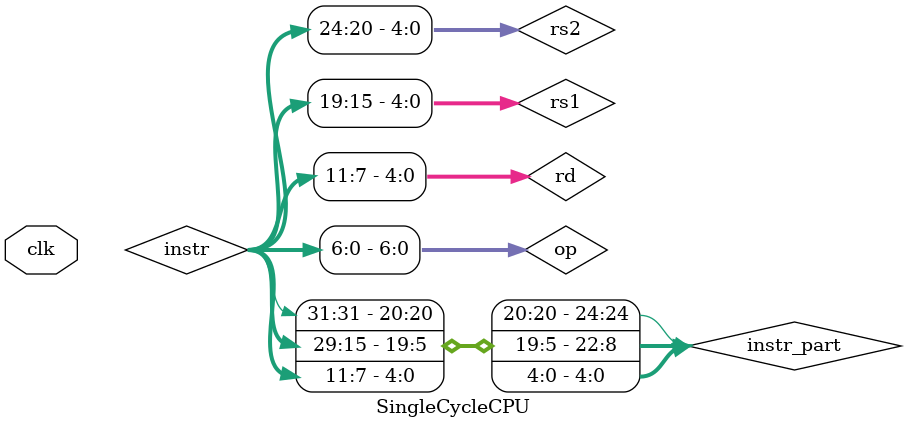
<source format=v>
module Shifter(
    input  [31:0] A,           // Kaynak veri (örn. rs1 içeriği)
    input  [4:0]  ShiftAmount, // Kaydırma miktarı (rs2[4:0])
    output [31:0] Result       // SLL sonucu
);
    assign Result = A << ShiftAmount;
endmodule

module ALU(
    input  [31:0] A,
    input  [31:0] B,
    input  [2:0]  ALUControl,
    output reg [31:0] Result,
    output Zero
);
    always @(*) begin
        case (ALUControl)
            3'b000: Result = A + B;           // ADD
            3'b001: Result = A - B;           // SUB
            3'b010: Result = A & B;           // AND
            3'b011: Result = A | B;           // OR
            3'b101: Result = (A < B) ? 32'b1 : 32'b0;   // SLT
            default: Result = 32'b0;
        endcase
    end
    assign Zero = (Result == 32'b0);
endmodule

module RegFile(
    input         clk,
    input         RegWrite,
    input  [4:0]  rs1,
    input  [4:0]  rs2,
    input  [4:0]  rd,
    input  [31:0] WriteData,
    output [31:0] ReadData1,
    output [31:0] ReadData2
);
    reg [31:0] reg_array [0:31];
    integer i;
    
    initial begin
        for(i = 0; i < 32; i = i + 1)
            reg_array[i] = 32'b0;
    end

    assign ReadData1 = (rs1 == 5'b00000) ? 32'b0 : reg_array[rs1];
    assign ReadData2 = (rs2 == 5'b00000) ? 32'b0 : reg_array[rs2];

    always @(posedge clk) begin
        if (RegWrite && (rd != 5'b00000))
            reg_array[rd] <= WriteData;
    end
endmodule

module InstructionMemory(
    input  [31:0] addr,
    output [31:0] instr
);
    reg [31:0] mem [0:127];
    integer i;
    
    initial begin
        
        mem[0] = 32'b00000000101000000000000010010011;   // addi x1, x0, 10  ; x1 = 10
        mem[1] = 32'b00000001010000000000000100010011;   // addi x2, x0, 20  ; x2 = 20
        mem[2] = 32'b00000000001000001000000110110011;   // add  x3, x1, x2  ; x3 = x1 + x2 = 30
        mem[3] = 32'b01000000000100011000001000110011;   // sub  x4, x3, x1  ; x4 = x3 - x1 = 20
        mem[4] = 32'b00000000001000001010001010110011;   // slt  x5, x1, x2  ; x5 = (10 < 20) ? 1 : 0
        mem[5] = 32'b00000000001000001110001100110011;   // or   x6, x1, x2  ; x6 = x1 OR x2
        mem[6] = 32'b00000000001000001111001110110011;   // and  x7, x1, x2  ; x7 = x1 AND x2
        mem[7] = 32'b00000000001100000010000000100011;   // sw   x3, 0(x0)   ; mem[0] = x3 (30)
        mem[8] = 32'b00000000000000000010010000000011;   // lw   x8, 0(x0)   ; x8 = mem[0] (30)
        mem[9] = 32'b00000001100100001010000100010011;   // slti x10, x2, 25 ; x10 = (20 < 25) ? 1 : 0
        mem[10] = 32'b00000000111100001110010110010011;  // ori  x11, x1, 15 ; x11 = x1 OR 15
        mem[11] = 32'b00000000111100001111101100010011;  // andi x12, x1, 15 ; x12 = x1 AND 15
        mem[12] = 32'b00000000001000001001001010110011;   // sll x5, x1, x2
        mem[13] = 32'b00010010001101000101001010110111;   // lui x5, 0x12345
        mem[14] = 32'b00000000000100001000010001100011; // beq  x1, x1, +8  ; branch taken
        mem[16] = 32'b00000001000000000000010011101111;   //jal      
        
        // Geri kalan belleği sıfırla
        for (i = 17; i < 128; i = i + 1)
            mem[i] = 32'b0;
    end
    
    assign instr = mem[addr[8:2]];
endmodule


module DataMemory(
    input         clk,
    input         MemWrite,
    input  [31:0] addr,
    input  [31:0] writeData,
    output reg [31:0] readData
);
    reg [31:0] dmem [0:127];
    integer i;
    initial begin
        for(i = 0; i < 128; i = i + 1)
            dmem[i] = 32'b0;
    end
    always @(posedge clk) begin
        if (MemWrite)
            dmem[addr[8:2]] <= writeData;
    end
    always @(*) begin
        readData = dmem[addr[8:2]];
    end
endmodule

// Artık Imm_src 3-bit; 3'b100 LUI için U-type formatını sağlar.
module Extend(
    input  [24:0] instr_part,  
    input  [2:0]  Imm_src,   
    output reg [31:0] Immext  
);
    always @(*) begin
        case (Imm_src)
            3'b000: Immext = {{20{instr_part[24]}}, instr_part[24:13]};  
                    // I‑type: orijinal instr[31:20]
            3'b001: Immext = {{20{instr_part[24]}}, instr_part[24:18], instr_part[4:0]};
                    // S‑type: {instr[31:25], instr[11:7]}
            3'b010: Immext = {{19{instr_part[24]}}, instr_part[24], instr_part[0], 
                               instr_part[23:18], instr_part[4:1], 1'b0};
                    // B‑type  
            3'b011: Immext = {{11{instr_part[24]}}, instr_part[24], instr_part[12:5], 
                               instr_part[13], instr_part[23:14], 1'b0};
                    // J‑type  
            3'b100: Immext = {instr_part[24:5], 12'b0};
                    // U‑type (LUI): Üst 20 bit, alt 12 bit sıfır
            default: Immext = 32'b0;
        endcase
    end
endmodule

module ControlUnit(
    input  [6:0] op,
    input  [2:0] funct3,
    input        funct7,
    input        zero,
    output reg   PCsrc,       // 1-bit: 0: PC+4, 1: PC+Immext (branch/jump)
    output reg [2:0] resultSrc,   // 3-bit: 000: ALU, 001: Memory, 010: PC+4, 011: Shifter, 100: LUI
    output reg       MemWrite,
    output reg [2:0] ALUControl,  // 3-bit ALU kontrol sinyali
    output reg       ALUSrc,
    output reg [2:0] Immsrc,      // 3-bit: 000: I-type, 001: S-type, 010: B-type, 011: J-type, 100: LUI
    output reg       RegWrite
);
    always @(*) begin
        // Varsayılan değerler
        RegWrite   = 1'b0;
        ALUSrc     = 1'b0;
        MemWrite   = 1'b0;
        Immsrc     = 3'b000;
        resultSrc  = 3'b000;
        PCsrc      = 1'b0;  // 0: standart PC+4, 1: branch/jump (PC+Immext)
        ALUControl = 3'b000;
        
        case(op)
            // R-Type: add, sub, sll, and, or, slt (opcode = 7'b0110011)
            7'b0110011: begin
                RegWrite   = 1'b1;
                ALUSrc     = 1'b0;
                MemWrite   = 1'b0;
                Immsrc     = 3'b000;       // Immediate kullanılmaz
                PCsrc      = 1'b0;         // Normal PC+4
                case(funct3)
                    3'b000: begin 
                              ALUControl = (funct7) ? 3'b001 : 3'b000; // SUB ya da ADD
                              resultSrc = 3'b000; // ALU sonucu
                            end
                    3'b001: begin 
                              // SLL komutu: şifter modülü devreye girer
                              ALUControl = 3'b000; // ALU kontrol değeri kullanılmayabilir
                              resultSrc = 3'b011;  // 011: Shifter sonucu
                            end
                    3'b010: begin 
                              ALUControl = 3'b101; // SLT
                              resultSrc = 3'b000;
                            end
                    3'b110: begin 
                              ALUControl = 3'b011; // OR
                              resultSrc = 3'b000;
                            end
                    3'b111: begin 
                              ALUControl = 3'b010; // AND
                              resultSrc = 3'b000;
                            end
                    default: begin
                              ALUControl = 3'b000;
                              resultSrc = 3'b000;
                             end
                endcase
            end

            // I-Type aritmetik (addi, andi, ori, slti): opcode = 7'b0010011
            7'b0010011: begin
                RegWrite   = 1'b1;
                ALUSrc     = 1'b1;
                MemWrite   = 1'b0;
                Immsrc     = 3'b000;       // I‑type immediate
                resultSrc  = 3'b000;       // ALU sonucu
                PCsrc      = 1'b0;
                case(funct3)
                    3'b000: ALUControl = 3'b000; // ADDI
                    3'b111: ALUControl = 3'b010; // ANDI
                    3'b110: ALUControl = 3'b011; // ORI
                    3'b010: ALUControl = 3'b101; // SLTI
                    default: ALUControl = 3'b000;
                endcase
            end

            // Load Word (lw): opcode = 7'b0000011
            7'b0000011: begin
                RegWrite   = 1'b1;         // Hafızadan okunan veri yazılır
                ALUSrc     = 1'b1;         
                MemWrite   = 1'b0;
                Immsrc     = 3'b000;        // lw I‑type formatında
                resultSrc  = 3'b001;        // 001: Hafızadan okunan veri
                PCsrc      = 1'b0;
                ALUControl = 3'b000;        // ADD (adres hesaplaması)
            end

            // Store Word (sw): opcode = 7'b0100011
            7'b0100011: begin
                RegWrite   = 1'b0;
                ALUSrc     = 1'b1;
                MemWrite   = 1'b1;         // Yazma aktif
                Immsrc     = 3'b001;        // S‑type format
                resultSrc  = 3'b000;        // MUX kullanımı gerekmez
                PCsrc      = 1'b0;
                ALUControl = 3'b000;        // ADD
            end

            // Branch (beq): opcode = 7'b1100011
            7'b1100011: begin
                RegWrite   = 1'b0;
                ALUSrc     = 1'b0;
                MemWrite   = 1'b0;
                Immsrc     = 3'b010;        // B‑type format
                resultSrc  = 3'b000;
                PCsrc      = (zero) ? 1'b1 : 1'b0;  // Eğer koşul sağlanırsa PC+Immext
                ALUControl = 3'b001;        // SUB
            end

            // Jump (jal): opcode = 7'b1101111
            7'b1101111: begin
                RegWrite   = 1'b1;         // Link (PC+4) yazılır
                ALUSrc     = 1'b0;
                MemWrite   = 1'b0;
                Immsrc     = 3'b011;        // J‑type format
                resultSrc  = 3'b010;        // 010: PC+4
                PCsrc      = 1'b1;          // Jump: PC = PC + Immext
                ALUControl = 3'b000;
            end
            
            // LUI: opcode = 7'b0110111
            7'b0110111: begin
                RegWrite   = 1'b1;
                ALUSrc     = 1'b1;        
                MemWrite   = 1'b0;
                Immsrc     = 3'b100;        // U‑type (LUI)
                resultSrc  = 3'b100;        // 100: LUI sonucu
                PCsrc      = 1'b0;          // Normal PC+4
                ALUControl = 3'b000;        // Kullanılmayacak
            end

            default: begin
                RegWrite   = 1'b0;
                ALUSrc     = 1'b0;
                MemWrite   = 1'b0;
                Immsrc     = 3'b000;
                resultSrc  = 3'b000;
                PCsrc      = 1'b0;
                ALUControl = 3'b000;
            end
        endcase
    end
endmodule


// 3-bit resultSrc: 000 → ALU, 001 → MemData, 010 → PC+4, 011 → Shifter, 100 → LUI
module ResultMux(
    input  [2:0] resultSrc,
    input  [31:0] ALUResult,
    input  [31:0] MemData,
    input  [31:0] PcPlus4,
    input  [31:0] ShifterResult,
    input  [31:0] LuiResult,
    output reg [31:0] Result
);
    always @(*) begin
        case(resultSrc)
            3'b000: Result = ALUResult;
            3'b001: Result = MemData;
            3'b010: Result = PcPlus4;
            3'b011: Result = ShifterResult;
            3'b100: Result = LuiResult;
            default: Result = ALUResult;
        endcase
    end
endmodule

module SingleCycleCPU(
    input clk
);
    // Program Sayacı
    reg [31:0] PC;
    
    // Instruction Memory'dan gelen talimat
    wire [31:0] instr;
    
    // Talimattan ayrıştırılan alanlar
    wire [6:0] op;
    wire [4:0] rd, rs1, rs2;
    wire [2:0] funct3;
    wire       funct7;
    
    assign op     = instr[6:0];
    assign rd     = instr[11:7];
    assign funct3 = instr[14:12];
    assign rs1    = instr[19:15];
    assign rs2    = instr[24:20];
    assign funct7 = instr[30];
    
    wire [24:0] instr_part;
    assign instr_part = instr[31:7];
    
    // Kontrol Ünitesi ve diğer sinyaller
    // PCsrc artık 1-bit: 0 → PC+4, 1 → PC+ImmExt (PCtarget)
    wire        PCsrc;
    wire [2:0]  resultSrc;
    wire        MemWrite;
    wire [2:0]  ALUControl;
    wire        ALUSrc;
    wire [2:0]  Immsrc;
    wire        RegWrite;
    
    // Extend modülünden gelen ImmExt (değişiklik yapılmadı)
    wire [31:0] ImmExt;
    
    // Register File çıkışları
    wire [31:0] ReadData1, ReadData2;
    
    // ALU sonucu ve Zero sinyali
    wire [31:0] ALUResult;
    wire        Zero;
    
    // Data Memory'den okunan veri
    wire [31:0] MemData;
    
    // PC hesaplamaları
    wire [31:0] PcPlus4;
    wire [31:0] PCtarget;  // PCtarget = PC + ImmExt
    wire [31:0] nextPC;
    
    // Shifter modülü sonucu
    wire [31:0] ShifterResult;
    
    // ResultMux çıkışı (Register File'ın WriteData girişine gidecek)
    wire [31:0] WriteData;
    
    // ---------------- Modul Örnekleştirmeleri ----------------
    
    InstructionMemory IMem (
        .addr(PC),
        .instr(instr)
    );
    
    ControlUnit CU (
        .op(op),
        .funct3(funct3),
        .funct7(funct7),
        .zero(Zero),
        .PCsrc(PCsrc),
        .resultSrc(resultSrc),
        .MemWrite(MemWrite),
        .ALUControl(ALUControl),
        .ALUSrc(ALUSrc),
        .Immsrc(Immsrc),
        .RegWrite(RegWrite)
    );
    
    Extend ext (
        .instr_part(instr_part),
        .Imm_src(Immsrc),
        .Immext(ImmExt)
    );
    
    RegFile rf (
        .clk(clk),
        .RegWrite(RegWrite),
        .rs1(rs1),
        .rs2(rs2),
        .rd(rd),
        .WriteData(WriteData),
        .ReadData1(ReadData1),
        .ReadData2(ReadData2)
    );
    
    // İkinci operand: ALUSrc kontrolü ile seçimi
    wire [31:0] ALUB;
    assign ALUB = ALUSrc ? ImmExt : ReadData2;
    
    ALU alu_inst (
        .A(ReadData1),
        .B(ALUB),
        .ALUControl(ALUControl),
        .Result(ALUResult),
        .Zero(Zero)
    );
    
    Shifter shifter_inst (
        .A(ReadData1),
        .ShiftAmount(ReadData2[4:0]),
        .Result(ShifterResult)
    );
    
    DataMemory DM (
        .clk(clk),
        .MemWrite(MemWrite),
        .addr(ALUResult),
        .writeData(ReadData2),
        .readData(MemData)
    );
    
    assign PcPlus4 = PC + 32'd4;
    assign PCtarget = PC + ImmExt;
    assign nextPC = (PCsrc == 1'b0) ? PcPlus4 : PCtarget;
    
    ResultMux rm_inst (
        .resultSrc(resultSrc),
        .ALUResult(ALUResult),
        .MemData(MemData),
        .PcPlus4(PcPlus4),
        .ShifterResult(ShifterResult),
        .LuiResult(ImmExt),  // LUI durumu için Extend'den gelen ImmExt kullanılıyor
        .Result(WriteData)
    );
    
    always @(posedge clk)
        PC <= nextPC;
    
    initial begin
        PC = 32'b0;
    end

endmodule


</source>
